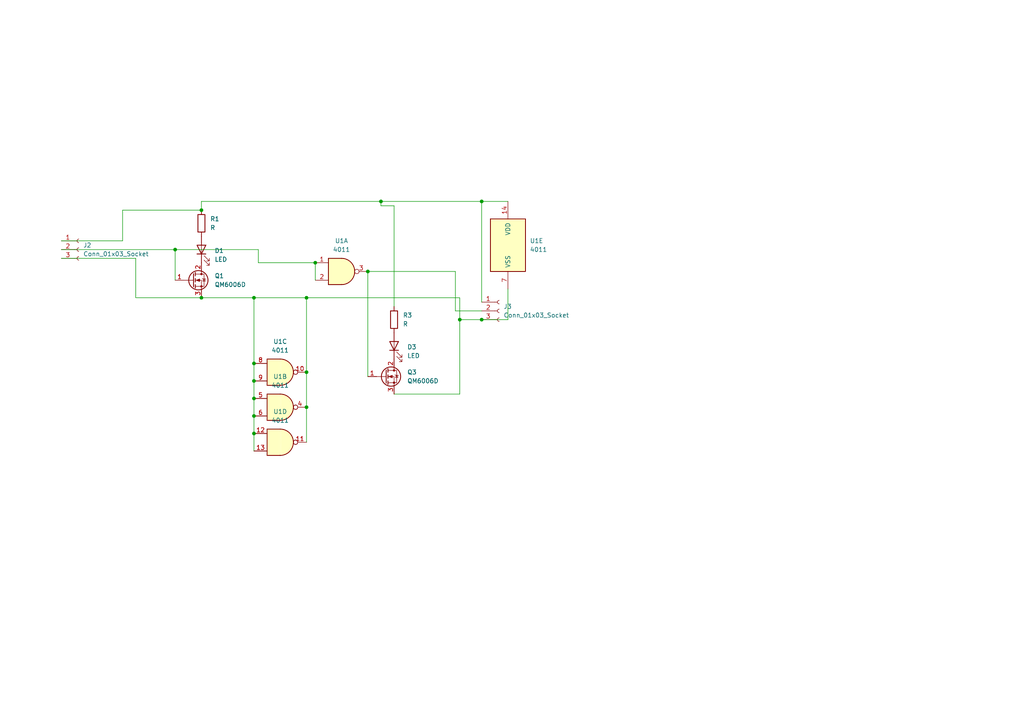
<source format=kicad_sch>
(kicad_sch (version 20250114) (generator "eeschema") (generator_version "9.0")
  (paper "A4")
  (lib_symbols
    (symbol "4xxx:4011" (pin_names (offset 1.016))
      (property "Reference" "U" (at 0 1.27 0))
      (property "Value" "4011" (at 0 -1.27 0))
      (symbol "4011_1_1"
        (arc (start 0 3.81) (mid 3.7934 0) (end 0 -3.81) (stroke (width 0.254)) (fill (type background)))
        (polyline (pts (xy 0 3.81) (xy -3.81 3.81) (xy -3.81 -3.81) (xy 0 -3.81)) (stroke (width 0.254)) (fill (type background)))
        (pin input line (at -7.62 2.54 0) (length 3.81) (name "~") (number "1"))
        (pin input line (at -7.62 -2.54 0) (length 3.81) (name "~") (number "2"))
        (pin output inverted (at 7.62 0 180) (length 3.81) (name "~") (number "3"))
      )
      (symbol "4011_1_2"
        (arc (start -3.81 3.81) (mid -2.589 0) (end -3.81 -3.81) (stroke (width 0.254)))
        (polyline (pts (xy -3.81 3.81) (xy -0.635 3.81)) (stroke (width 0.254)) (fill (type background)))
        (polyline (pts (xy -3.81 -3.81) (xy -0.635 -3.81)) (stroke (width 0.254)) (fill (type background)))
        (arc (start 3.81 0) (mid 2.1855 -2.584) (end -0.6096 -3.81) (stroke (width 0.254)) (fill (type background)))
        (arc (start -0.6096 3.81) (mid 2.1928 2.5924) (end 3.81 0) (stroke (width 0.254)) (fill (type background)))
        (polyline (pts (xy -0.635 3.81) (xy -3.81 3.81) (xy -3.81 3.81) (xy -3.556 3.4036) (xy -3.0226 2.2606) (xy -2.6924 1.0414) (xy -2.6162 -0.254) (xy -2.7686 -1.4986) (xy -3.175 -2.7178) (xy -3.81 -3.81) (xy -3.81 -3.81) (xy -0.635 -3.81)) (stroke (width -25.4)) (fill (type background)))
        (pin input inverted (at -7.62 2.54 0) (length 4.318) (name "~") (number "1"))
        (pin input inverted (at -7.62 -2.54 0) (length 4.318) (name "~") (number "2"))
        (pin output line (at 7.62 0 180) (length 3.81) (name "~") (number "3"))
      )
      (symbol "4011_2_1"
        (arc (start 0 3.81) (mid 3.7934 0) (end 0 -3.81) (stroke (width 0.254)) (fill (type background)))
        (polyline (pts (xy 0 3.81) (xy -3.81 3.81) (xy -3.81 -3.81) (xy 0 -3.81)) (stroke (width 0.254)) (fill (type background)))
        (pin input line (at -7.62 2.54 0) (length 3.81) (name "~") (number "5"))
        (pin input line (at -7.62 -2.54 0) (length 3.81) (name "~") (number "6"))
        (pin output inverted (at 7.62 0 180) (length 3.81) (name "~") (number "4"))
      )
      (symbol "4011_2_2"
        (arc (start -3.81 3.81) (mid -2.589 0) (end -3.81 -3.81) (stroke (width 0.254)))
        (polyline (pts (xy -3.81 3.81) (xy -0.635 3.81)) (stroke (width 0.254)) (fill (type background)))
        (polyline (pts (xy -3.81 -3.81) (xy -0.635 -3.81)) (stroke (width 0.254)) (fill (type background)))
        (arc (start 3.81 0) (mid 2.1855 -2.584) (end -0.6096 -3.81) (stroke (width 0.254)) (fill (type background)))
        (arc (start -0.6096 3.81) (mid 2.1928 2.5924) (end 3.81 0) (stroke (width 0.254)) (fill (type background)))
        (polyline (pts (xy -0.635 3.81) (xy -3.81 3.81) (xy -3.81 3.81) (xy -3.556 3.4036) (xy -3.0226 2.2606) (xy -2.6924 1.0414) (xy -2.6162 -0.254) (xy -2.7686 -1.4986) (xy -3.175 -2.7178) (xy -3.81 -3.81) (xy -3.81 -3.81) (xy -0.635 -3.81)) (stroke (width -25.4)) (fill (type background)))
        (pin input inverted (at -7.62 2.54 0) (length 4.318) (name "~") (number "5"))
        (pin input inverted (at -7.62 -2.54 0) (length 4.318) (name "~") (number "6"))
        (pin output line (at 7.62 0 180) (length 3.81) (name "~") (number "4"))
      )
      (symbol "4011_3_1"
        (arc (start 0 3.81) (mid 3.7934 0) (end 0 -3.81) (stroke (width 0.254)) (fill (type background)))
        (polyline (pts (xy 0 3.81) (xy -3.81 3.81) (xy -3.81 -3.81) (xy 0 -3.81)) (stroke (width 0.254)) (fill (type background)))
        (pin input line (at -7.62 2.54 0) (length 3.81) (name "~") (number "8"))
        (pin input line (at -7.62 -2.54 0) (length 3.81) (name "~") (number "9"))
        (pin output inverted (at 7.62 0 180) (length 3.81) (name "~") (number "10"))
      )
      (symbol "4011_3_2"
        (arc (start -3.81 3.81) (mid -2.589 0) (end -3.81 -3.81) (stroke (width 0.254)))
        (polyline (pts (xy -3.81 3.81) (xy -0.635 3.81)) (stroke (width 0.254)) (fill (type background)))
        (polyline (pts (xy -3.81 -3.81) (xy -0.635 -3.81)) (stroke (width 0.254)) (fill (type background)))
        (arc (start 3.81 0) (mid 2.1855 -2.584) (end -0.6096 -3.81) (stroke (width 0.254)) (fill (type background)))
        (arc (start -0.6096 3.81) (mid 2.1928 2.5924) (end 3.81 0) (stroke (width 0.254)) (fill (type background)))
        (polyline (pts (xy -0.635 3.81) (xy -3.81 3.81) (xy -3.81 3.81) (xy -3.556 3.4036) (xy -3.0226 2.2606) (xy -2.6924 1.0414) (xy -2.6162 -0.254) (xy -2.7686 -1.4986) (xy -3.175 -2.7178) (xy -3.81 -3.81) (xy -3.81 -3.81) (xy -0.635 -3.81)) (stroke (width -25.4)) (fill (type background)))
        (pin input inverted (at -7.62 2.54 0) (length 4.318) (name "~") (number "8"))
        (pin input inverted (at -7.62 -2.54 0) (length 4.318) (name "~") (number "9"))
        (pin output line (at 7.62 0 180) (length 3.81) (name "~") (number "10"))
      )
      (symbol "4011_4_1"
        (arc (start 0 3.81) (mid 3.7934 0) (end 0 -3.81) (stroke (width 0.254)) (fill (type background)))
        (polyline (pts (xy 0 3.81) (xy -3.81 3.81) (xy -3.81 -3.81) (xy 0 -3.81)) (stroke (width 0.254)) (fill (type background)))
        (pin input line (at -7.62 2.54 0) (length 3.81) (name "~") (number "12"))
        (pin input line (at -7.62 -2.54 0) (length 3.81) (name "~") (number "13"))
        (pin output inverted (at 7.62 0 180) (length 3.81) (name "~") (number "11"))
      )
      (symbol "4011_4_2"
        (arc (start -3.81 3.81) (mid -2.589 0) (end -3.81 -3.81) (stroke (width 0.254)))
        (polyline (pts (xy -3.81 3.81) (xy -0.635 3.81)) (stroke (width 0.254)) (fill (type background)))
        (polyline (pts (xy -3.81 -3.81) (xy -0.635 -3.81)) (stroke (width 0.254)) (fill (type background)))
        (arc (start 3.81 0) (mid 2.1855 -2.584) (end -0.6096 -3.81) (stroke (width 0.254)) (fill (type background)))
        (arc (start -0.6096 3.81) (mid 2.1928 2.5924) (end 3.81 0) (stroke (width 0.254)) (fill (type background)))
        (polyline (pts (xy -0.635 3.81) (xy -3.81 3.81) (xy -3.81 3.81) (xy -3.556 3.4036) (xy -3.0226 2.2606) (xy -2.6924 1.0414) (xy -2.6162 -0.254) (xy -2.7686 -1.4986) (xy -3.175 -2.7178) (xy -3.81 -3.81) (xy -3.81 -3.81) (xy -0.635 -3.81)) (stroke (width -25.4)) (fill (type background)))
        (pin input inverted (at -7.62 2.54 0) (length 4.318) (name "~") (number "12"))
        (pin input inverted (at -7.62 -2.54 0) (length 4.318) (name "~") (number "13"))
        (pin output line (at 7.62 0 180) (length 3.81) (name "~") (number "11"))
      )
      (symbol "4011_5_0"
        (pin power_in line (at 0 12.7 270) (length 5.08) (name "VDD") (number "14"))
        (pin power_in line (at 0 -12.7 90) (length 5.08) (name "VSS") (number "7"))
      )
      (symbol "4011_5_1"
        (rectangle (start -5.08 7.62) (end 5.08 -7.62) (stroke (width 0.254)) (fill (type background)))
      )
    )
    (symbol "Connector:Conn_01x03_Socket" (pin_names (offset 1.016) (hide yes))
      (property "Reference" "J" (at 0 5.08 0))
      (property "Value" "Conn_01x03_Socket" (at 0 -5.08 0))
      (symbol "Conn_01x03_Socket_1_1"
        (polyline (pts (xy -1.27 2.54) (xy -0.508 2.54)) (stroke (width 0.1524)))
        (polyline (pts (xy -1.27 0) (xy -0.508 0)) (stroke (width 0.1524)))
        (polyline (pts (xy -1.27 -2.54) (xy -0.508 -2.54)) (stroke (width 0.1524)))
        (arc (start 0 2.032) (mid -0.5058 2.54) (end 0 3.048) (stroke (width 0.1524)))
        (arc (start 0 -0.508) (mid -0.5058 0) (end 0 0.508) (stroke (width 0.1524)))
        (arc (start 0 -3.048) (mid -0.5058 -2.54) (end 0 -2.032) (stroke (width 0.1524)))
        (pin passive line (at -5.08 2.54 0) (length 3.81) (name "Pin_1") (number "1"))
        (pin passive line (at -5.08 0 0) (length 3.81) (name "Pin_2") (number "2"))
        (pin passive line (at -5.08 -2.54 0) (length 3.81) (name "Pin_3") (number "3"))
      )
    )
    (symbol "Device:LED" (pin_numbers (hide yes)) (pin_names (offset 1.016) (hide yes))
      (property "Reference" "D" (at 0 2.54 0))
      (property "Value" "LED" (at 0 -2.54 0))
      (symbol "LED_0_1"
        (polyline (pts (xy -3.048 -0.762) (xy -4.572 -2.286) (xy -3.81 -2.286) (xy -4.572 -2.286) (xy -4.572 -1.524)))
        (polyline (pts (xy -1.778 -0.762) (xy -3.302 -2.286) (xy -2.54 -2.286) (xy -3.302 -2.286) (xy -3.302 -1.524)))
        (polyline (pts (xy -1.27 0) (xy 1.27 0)))
        (polyline (pts (xy -1.27 -1.27) (xy -1.27 1.27)) (stroke (width 0.254)))
        (polyline (pts (xy 1.27 -1.27) (xy 1.27 1.27) (xy -1.27 0) (xy 1.27 -1.27)) (stroke (width 0.254)))
      )
      (symbol "LED_1_1"
        (pin passive line (at -3.81 0 0) (length 2.54) (name "K") (number "1"))
        (pin passive line (at 3.81 0 180) (length 2.54) (name "A") (number "2"))
      )
    )
    (symbol "Device:R" (pin_numbers (hide yes)) (pin_names (offset 0))
      (property "Reference" "R" (at 2.032 0 90))
      (property "Value" "R" (at 0 0 90))
      (symbol "R_0_1"
        (rectangle (start -1.016 -2.54) (end 1.016 2.54) (stroke (width 0.254)))
      )
      (symbol "R_1_1"
        (pin passive line (at 0 3.81 270) (length 1.27) (name "~") (number "1"))
        (pin passive line (at 0 -3.81 90) (length 1.27) (name "~") (number "2"))
      )
    )
    (symbol "Transistor_FET:QM6006D" (pin_names (hide yes))
      (property "Reference" "Q" (at 5.08 1.905 0))
      (property "Value" "QM6006D" (at 5.08 0 0))
      (symbol "QM6006D_0_1"
        (polyline (pts (xy 0.254 1.905) (xy 0.254 -1.905)) (stroke (width 0.254)))
        (polyline (pts (xy 0.254 0) (xy -2.54 0)))
        (polyline (pts (xy 0.762 2.286) (xy 0.762 1.27)) (stroke (width 0.254)))
        (polyline (pts (xy 0.762 0.508) (xy 0.762 -0.508)) (stroke (width 0.254)))
        (polyline (pts (xy 0.762 -1.27) (xy 0.762 -2.286)) (stroke (width 0.254)))
        (polyline (pts (xy 0.762 -1.778) (xy 3.302 -1.778) (xy 3.302 1.778) (xy 0.762 1.778)))
        (polyline (pts (xy 1.016 0) (xy 2.032 0.381) (xy 2.032 -0.381) (xy 1.016 0)) (fill (type outline)))
        (circle (center 1.651 0) (radius 2.794) (stroke (width 0.254)))
        (polyline (pts (xy 2.54 2.54) (xy 2.54 1.778)))
        (circle (center 2.54 1.778) (radius 0.254) (fill (type outline)))
        (circle (center 2.54 -1.778) (radius 0.254) (fill (type outline)))
        (polyline (pts (xy 2.54 -2.54) (xy 2.54 0) (xy 0.762 0)))
        (polyline (pts (xy 2.794 0.508) (xy 2.921 0.381) (xy 3.683 0.381) (xy 3.81 0.254)))
        (polyline (pts (xy 3.302 0.381) (xy 2.921 -0.254) (xy 3.683 -0.254) (xy 3.302 0.381)))
      )
      (symbol "QM6006D_1_1"
        (pin input line (at -5.08 0 0) (length 2.54) (name "G") (number "1"))
        (pin passive line (at 2.54 5.08 270) (length 2.54) (name "D") (number "2"))
        (pin passive line (at 2.54 -5.08 90) (length 2.54) (name "S") (number "3"))
      )
    )
  )
  (junction (at 73.66 86.36))
  (junction (at 73.66 125.73))
  (junction (at 106.68 78.74))
  (junction (at 139.7 92.71))
  (junction (at 88.9 118.11))
  (junction (at 110.49 58.42))
  (junction (at 133.35 92.71))
  (junction (at 58.42 60.96))
  (junction (at 73.66 115.57))
  (junction (at 88.9 86.36))
  (junction (at 91.44 76.2))
  (junction (at 73.66 105.41))
  (junction (at 139.7 58.42))
  (junction (at 58.42 86.36))
  (junction (at 73.66 110.49))
  (junction (at 73.66 120.65))
  (junction (at 50.8 72.39))
  (junction (at 88.9 107.95))
  (wire (pts (xy 114.3 88.9) (xy 114.3 59.69)))
  (wire (pts (xy 73.66 105.41) (xy 73.66 110.49)))
  (wire (pts (xy 58.42 86.36) (xy 73.66 86.36)))
  (wire (pts (xy 35.56 60.96) (xy 35.56 69.85)))
  (wire (pts (xy 39.37 74.93) (xy 39.37 86.36)))
  (wire (pts (xy 88.9 86.36) (xy 133.35 86.36)))
  (wire (pts (xy 106.68 78.74) (xy 106.68 109.22)))
  (wire (pts (xy 88.9 118.11) (xy 88.9 128.27)))
  (wire (pts (xy 73.66 86.36) (xy 73.66 105.41)))
  (wire (pts (xy 73.66 110.49) (xy 73.66 115.57)))
  (wire (pts (xy 88.9 86.36) (xy 88.9 107.95)))
  (wire (pts (xy 147.32 83.82) (xy 147.32 92.71)))
  (wire (pts (xy 106.68 78.74) (xy 132.08 78.74)))
  (wire (pts (xy 91.44 76.2) (xy 91.44 81.28)))
  (wire (pts (xy 58.42 60.96) (xy 35.56 60.96)))
  (wire (pts (xy 73.66 125.73) (xy 73.66 130.81)))
  (wire (pts (xy 139.7 90.17) (xy 132.08 90.17)))
  (wire (pts (xy 110.49 58.42) (xy 58.42 58.42)))
  (wire (pts (xy 17.78 74.93) (xy 39.37 74.93)))
  (wire (pts (xy 88.9 107.95) (xy 88.9 118.11)))
  (wire (pts (xy 110.49 59.69) (xy 110.49 58.42)))
  (wire (pts (xy 73.66 86.36) (xy 88.9 86.36)))
  (wire (pts (xy 114.3 114.3) (xy 133.35 114.3)))
  (wire (pts (xy 133.35 92.71) (xy 133.35 114.3)))
  (wire (pts (xy 139.7 58.42) (xy 139.7 87.63)))
  (wire (pts (xy 133.35 92.71) (xy 139.7 92.71)))
  (wire (pts (xy 114.3 59.69) (xy 110.49 59.69)))
  (wire (pts (xy 139.7 92.71) (xy 147.32 92.71)))
  (wire (pts (xy 39.37 86.36) (xy 58.42 86.36)))
  (wire (pts (xy 17.78 69.85) (xy 35.56 69.85)))
  (wire (pts (xy 73.66 115.57) (xy 73.66 120.65)))
  (wire (pts (xy 73.66 120.65) (xy 73.66 125.73)))
  (wire (pts (xy 50.8 72.39) (xy 50.8 81.28)))
  (wire (pts (xy 17.78 72.39) (xy 50.8 72.39)))
  (wire (pts (xy 58.42 58.42) (xy 58.42 60.96)))
  (wire (pts (xy 110.49 58.42) (xy 139.7 58.42)))
  (wire (pts (xy 139.7 58.42) (xy 147.32 58.42)))
  (wire (pts (xy 74.93 76.2) (xy 74.93 72.39)))
  (wire (pts (xy 74.93 72.39) (xy 50.8 72.39)))
  (wire (pts (xy 132.08 90.17) (xy 132.08 78.74)))
  (wire (pts (xy 91.44 76.2) (xy 74.93 76.2)))
  (wire (pts (xy 133.35 86.36) (xy 133.35 92.71)))
  (symbol (lib_id "4xxx:4011") (at 81.28 107.95 0) (unit 3)
    (property "Reference" "U1" (at 81.2717 99.06 0))
    (property "Value" "4011" (at 81.2717 101.6 0))
    (property "Footprint" "Package_DIP:DIP-14_W7.62mm" (effects (hide yes)))
    (property "Datasheet" "http://www.intersil.com/content/dam/Intersil/documents/cd40/cd4011bms-12bms-23bms.pdf" (effects (hide yes)))
    (property "Description" "Quad Nand 2 inputs" (effects (hide yes)))
  )
  (symbol (lib_id "4xxx:4011") (at 99.06 78.74 0) (unit 1)
    (property "Reference" "U1" (at 99.0517 69.85 0))
    (property "Value" "4011" (at 99.0517 72.39 0))
    (property "Footprint" "Package_DIP:DIP-14_W7.62mm" (effects (hide yes)))
    (property "Datasheet" "http://www.intersil.com/content/dam/Intersil/documents/cd40/cd4011bms-12bms-23bms.pdf" (effects (hide yes)))
    (property "Description" "Quad Nand 2 inputs" (effects (hide yes)))
  )
  (symbol (lib_id "Connector:Conn_01x03_Socket") (at 144.78 90.17 0) (unit 1)
    (property "Reference" "J3" (at 146.05 88.8999 0) (effects (justify left)))
    (property "Value" "Conn_01x03_Socket" (at 146.05 91.4399 0) (effects (justify left)))
    (property "Footprint" "Connector_PinSocket_2.54mm:PinSocket_1x03_P2.54mm_Horizontal" (effects (hide yes)))
    (property "Description" "Generic connector, single row, 01x03, script generated" (effects (hide yes)))
  )
  (symbol (lib_id "Transistor_FET:QM6006D") (at 111.76 109.22 0) (unit 1)
    (property "Reference" "Q3" (at 118.11 107.9499 0) (effects (justify left)))
    (property "Value" "QM6006D" (at 118.11 110.4899 0) (effects (justify left)))
    (property "Footprint" "Package_TO_SOT_SMD:TO-252-2" (effects (hide yes)))
    (property "Datasheet" "http://www.jaolen.com/images/pdf/QM6006D.pdf" (effects (hide yes)))
    (property "Description" "35A Id, 60V Vds, N-Channel Power MOSFET, 18mOhm Ron, 19.3nC Qg (typ), TO252" (effects (hide yes)))
  )
  (symbol (lib_id "Transistor_FET:QM6006D") (at 55.88 81.28 0) (unit 1)
    (property "Reference" "Q1" (at 62.23 80.0099 0) (effects (justify left)))
    (property "Value" "QM6006D" (at 62.23 82.5499 0) (effects (justify left)))
    (property "Footprint" "Package_TO_SOT_SMD:TO-252-2" (effects (hide yes)))
    (property "Datasheet" "http://www.jaolen.com/images/pdf/QM6006D.pdf" (effects (hide yes)))
    (property "Description" "35A Id, 60V Vds, N-Channel Power MOSFET, 18mOhm Ron, 19.3nC Qg (typ), TO252" (effects (hide yes)))
  )
  (symbol (lib_id "4xxx:4011") (at 81.28 118.11 0) (unit 2)
    (property "Reference" "U1" (at 81.2717 109.22 0))
    (property "Value" "4011" (at 81.2717 111.76 0))
    (property "Footprint" "Package_DIP:DIP-14_W7.62mm" (effects (hide yes)))
    (property "Datasheet" "http://www.intersil.com/content/dam/Intersil/documents/cd40/cd4011bms-12bms-23bms.pdf" (effects (hide yes)))
    (property "Description" "Quad Nand 2 inputs" (effects (hide yes)))
  )
  (symbol (lib_id "Connector:Conn_01x03_Socket") (at 22.86 72.39 0) (unit 1)
    (property "Reference" "J2" (at 24.13 71.1199 0) (effects (justify left)))
    (property "Value" "Conn_01x03_Socket" (at 24.13 73.6599 0) (effects (justify left)))
    (property "Footprint" "Connector_PinSocket_2.54mm:PinSocket_1x03_P2.54mm_Horizontal" (effects (hide yes)))
    (property "Description" "Generic connector, single row, 01x03, script generated" (effects (hide yes)))
  )
  (symbol (lib_id "Device:LED") (at 114.3 100.33 90) (unit 1)
    (property "Reference" "D3" (at 118.11 100.6474 90) (effects (justify right)))
    (property "Value" "LED" (at 118.11 103.1874 90) (effects (justify right)))
    (property "Footprint" "LED_SMD:LED_1206_3216Metric" (effects (hide yes)))
    (property "Description" "Light emitting diode" (effects (hide yes)))
    (property "Sim.Pins" "1=K 2=A" (effects (hide yes)))
  )
  (symbol (lib_id "Device:R") (at 58.42 64.77 0) (unit 1)
    (property "Reference" "R1" (at 60.96 63.4999 0) (effects (justify left)))
    (property "Value" "R" (at 60.96 66.0399 0) (effects (justify left)))
    (property "Footprint" "Resistor_SMD:R_1206_3216Metric" (effects (hide yes)))
    (property "Description" "Resistor" (effects (hide yes)))
  )
  (symbol (lib_id "Device:LED") (at 58.42 72.39 90) (unit 1)
    (property "Reference" "D1" (at 62.23 72.7074 90) (effects (justify right)))
    (property "Value" "LED" (at 62.23 75.2474 90) (effects (justify right)))
    (property "Footprint" "LED_SMD:LED_1206_3216Metric" (effects (hide yes)))
    (property "Description" "Light emitting diode" (effects (hide yes)))
    (property "Sim.Pins" "1=K 2=A" (effects (hide yes)))
  )
  (symbol (lib_id "4xxx:4011") (at 81.28 128.27 0) (unit 4)
    (property "Reference" "U1" (at 81.2717 119.38 0))
    (property "Value" "4011" (at 81.2717 121.92 0))
    (property "Footprint" "Package_DIP:DIP-14_W7.62mm" (effects (hide yes)))
    (property "Datasheet" "http://www.intersil.com/content/dam/Intersil/documents/cd40/cd4011bms-12bms-23bms.pdf" (effects (hide yes)))
    (property "Description" "Quad Nand 2 inputs" (effects (hide yes)))
  )
  (symbol (lib_id "Device:R") (at 114.3 92.71 0) (unit 1)
    (property "Reference" "R3" (at 116.84 91.4399 0) (effects (justify left)))
    (property "Value" "R" (at 116.84 93.9799 0) (effects (justify left)))
    (property "Footprint" "Resistor_SMD:R_1206_3216Metric" (effects (hide yes)))
    (property "Description" "Resistor" (effects (hide yes)))
  )
  (symbol (lib_id "4xxx:4011") (at 147.32 71.12 0) (unit 5)
    (property "Reference" "U1" (at 153.67 69.8499 0) (effects (justify left)))
    (property "Value" "4011" (at 153.67 72.3899 0) (effects (justify left)))
    (property "Footprint" "Package_DIP:DIP-14_W7.62mm" (effects (hide yes)))
    (property "Datasheet" "http://www.intersil.com/content/dam/Intersil/documents/cd40/cd4011bms-12bms-23bms.pdf" (effects (hide yes)))
    (property "Description" "Quad Nand 2 inputs" (effects (hide yes)))
  )
)
</source>
